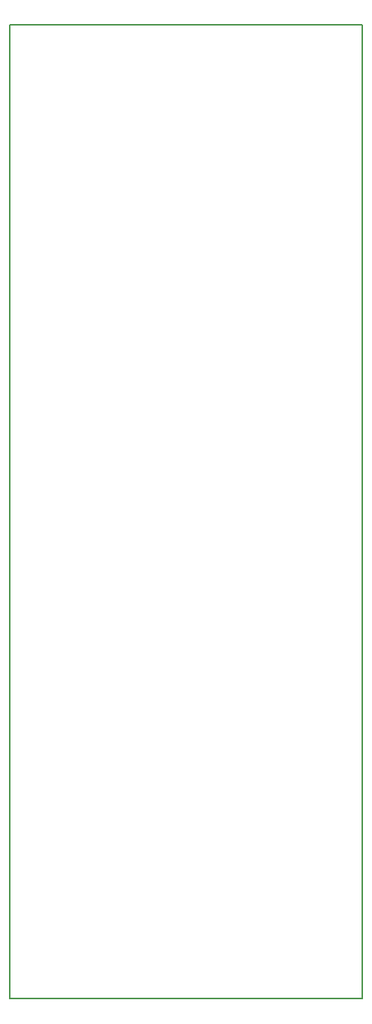
<source format=gm1>
G04 MADE WITH FRITZING*
G04 WWW.FRITZING.ORG*
G04 DOUBLE SIDED*
G04 HOLES PLATED*
G04 CONTOUR ON CENTER OF CONTOUR VECTOR*
%ASAXBY*%
%FSLAX23Y23*%
%MOIN*%
%OFA0B0*%
%SFA1.0B1.0*%
%ADD10R,1.574800X4.330720*%
%ADD11C,0.008000*%
%ADD10C,0.008*%
%LNCONTOUR*%
G90*
G70*
G54D10*
G54D11*
X4Y4327D02*
X1571Y4327D01*
X1571Y4D01*
X4Y4D01*
X4Y4327D01*
D02*
G04 End of contour*
M02*
</source>
